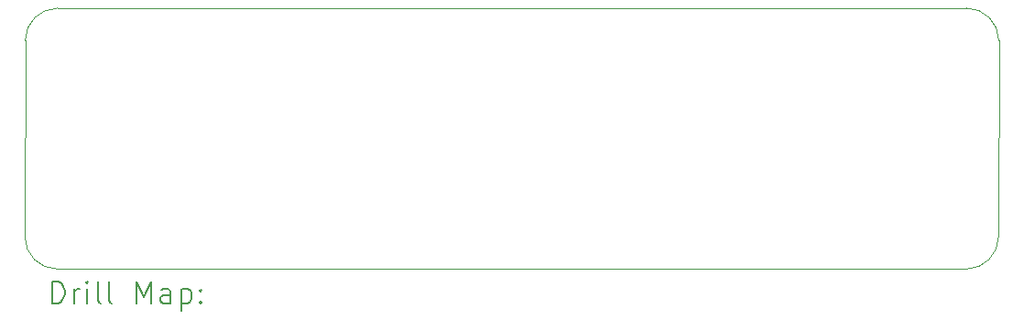
<source format=gbr>
%TF.GenerationSoftware,KiCad,Pcbnew,6.0.11-2627ca5db0~126~ubuntu22.04.1*%
%TF.CreationDate,2023-06-25T15:36:30+01:00*%
%TF.ProjectId,top_panel,746f705f-7061-46e6-956c-2e6b69636164,rev?*%
%TF.SameCoordinates,Original*%
%TF.FileFunction,Drillmap*%
%TF.FilePolarity,Positive*%
%FSLAX45Y45*%
G04 Gerber Fmt 4.5, Leading zero omitted, Abs format (unit mm)*
G04 Created by KiCad (PCBNEW 6.0.11-2627ca5db0~126~ubuntu22.04.1) date 2023-06-25 15:36:30*
%MOMM*%
%LPD*%
G01*
G04 APERTURE LIST*
%ADD10C,0.100000*%
%ADD11C,0.200000*%
G04 APERTURE END LIST*
D10*
X9997000Y-7087000D02*
X9994000Y-8904000D01*
X10297000Y-6787000D02*
G75*
G03*
X9997000Y-7087000I0J-300000D01*
G01*
X9994000Y-8904000D02*
G75*
G03*
X10294000Y-9204000I300000J0D01*
G01*
X18694000Y-9204000D02*
X10294000Y-9204000D01*
X10297000Y-6787000D02*
X18697000Y-6787000D01*
X18997000Y-7087000D02*
G75*
G03*
X18697000Y-6787000I-300000J0D01*
G01*
X18694000Y-9204000D02*
G75*
G03*
X18994000Y-8904000I0J300000D01*
G01*
X18994000Y-8904000D02*
X18997000Y-7087000D01*
D11*
X10246619Y-9519476D02*
X10246619Y-9319476D01*
X10294238Y-9319476D01*
X10322810Y-9329000D01*
X10341857Y-9348048D01*
X10351381Y-9367095D01*
X10360905Y-9405190D01*
X10360905Y-9433762D01*
X10351381Y-9471857D01*
X10341857Y-9490905D01*
X10322810Y-9509952D01*
X10294238Y-9519476D01*
X10246619Y-9519476D01*
X10446619Y-9519476D02*
X10446619Y-9386143D01*
X10446619Y-9424238D02*
X10456143Y-9405190D01*
X10465667Y-9395667D01*
X10484714Y-9386143D01*
X10503762Y-9386143D01*
X10570429Y-9519476D02*
X10570429Y-9386143D01*
X10570429Y-9319476D02*
X10560905Y-9329000D01*
X10570429Y-9338524D01*
X10579952Y-9329000D01*
X10570429Y-9319476D01*
X10570429Y-9338524D01*
X10694238Y-9519476D02*
X10675190Y-9509952D01*
X10665667Y-9490905D01*
X10665667Y-9319476D01*
X10799000Y-9519476D02*
X10779952Y-9509952D01*
X10770429Y-9490905D01*
X10770429Y-9319476D01*
X11027571Y-9519476D02*
X11027571Y-9319476D01*
X11094238Y-9462333D01*
X11160905Y-9319476D01*
X11160905Y-9519476D01*
X11341857Y-9519476D02*
X11341857Y-9414714D01*
X11332333Y-9395667D01*
X11313286Y-9386143D01*
X11275190Y-9386143D01*
X11256143Y-9395667D01*
X11341857Y-9509952D02*
X11322809Y-9519476D01*
X11275190Y-9519476D01*
X11256143Y-9509952D01*
X11246619Y-9490905D01*
X11246619Y-9471857D01*
X11256143Y-9452810D01*
X11275190Y-9443286D01*
X11322809Y-9443286D01*
X11341857Y-9433762D01*
X11437095Y-9386143D02*
X11437095Y-9586143D01*
X11437095Y-9395667D02*
X11456143Y-9386143D01*
X11494238Y-9386143D01*
X11513286Y-9395667D01*
X11522809Y-9405190D01*
X11532333Y-9424238D01*
X11532333Y-9481381D01*
X11522809Y-9500429D01*
X11513286Y-9509952D01*
X11494238Y-9519476D01*
X11456143Y-9519476D01*
X11437095Y-9509952D01*
X11618048Y-9500429D02*
X11627571Y-9509952D01*
X11618048Y-9519476D01*
X11608524Y-9509952D01*
X11618048Y-9500429D01*
X11618048Y-9519476D01*
X11618048Y-9395667D02*
X11627571Y-9405190D01*
X11618048Y-9414714D01*
X11608524Y-9405190D01*
X11618048Y-9395667D01*
X11618048Y-9414714D01*
M02*

</source>
